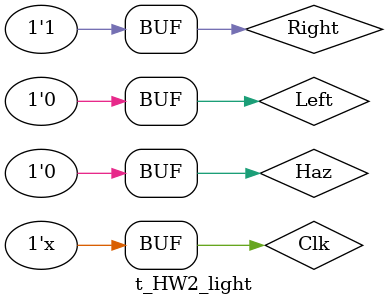
<source format=v>
module t_HW2_light();
	reg Clk;
	reg Right;
	reg Left;
	reg Haz;
	wire La, Lb, Lc, Ra, Rb, Rc;
	
	initial begin
	Clk = 1;
	Haz = 0;
        Left = 1;
  	Right = 0;
	#200 Left = 0; Right = 1;
	#100 Haz = 1;
	#98 Haz = 0;
	 
	end	
	
always begin
	#10 Clk = ~Clk;
	end

HW2_light h2 (Clk, Left, Right, Haz, La, Lb, Lc, Ra, Rb, Rc);
endmodule


</source>
